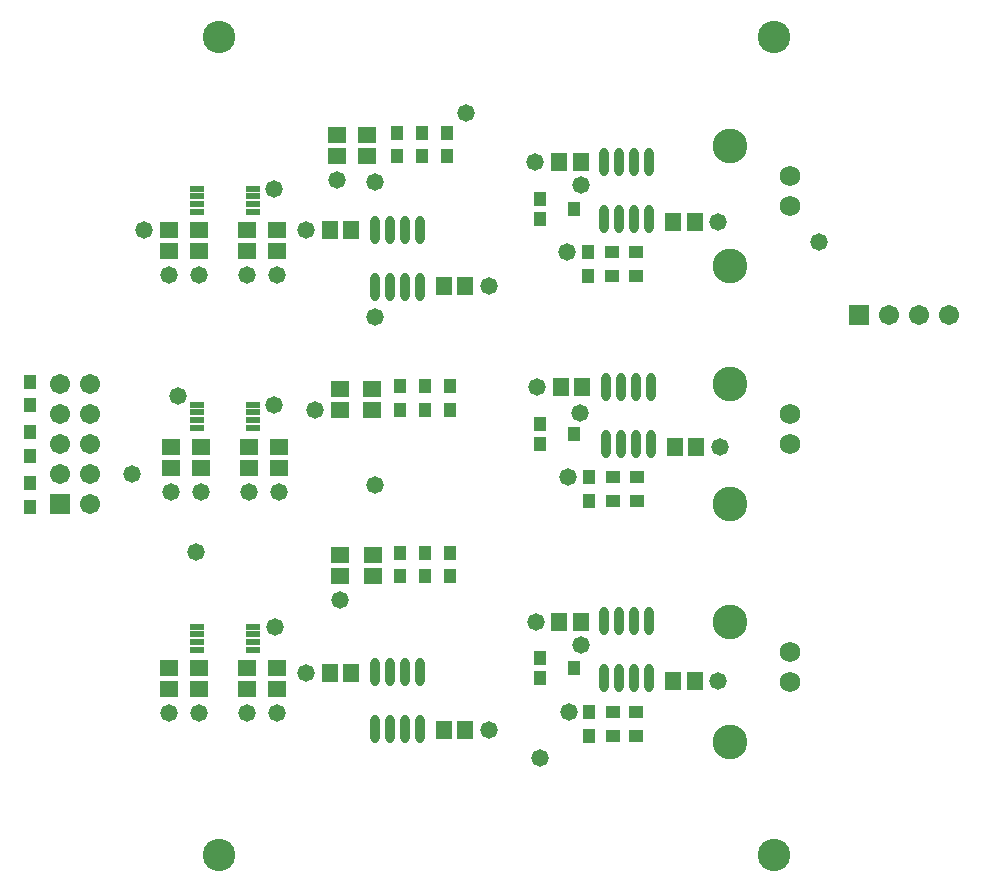
<source format=gts>
%FSLAX25Y25*%
%MOIN*%
G70*
G01*
G75*
G04 Layer_Color=8388736*
%ADD10R,0.03543X0.04331*%
%ADD11R,0.04331X0.03543*%
%ADD12R,0.03543X0.03937*%
%ADD13R,0.04016X0.01614*%
%ADD14R,0.05512X0.04921*%
%ADD15R,0.05512X0.04724*%
%ADD16R,0.04724X0.05512*%
%ADD17O,0.02362X0.08661*%
%ADD18C,0.01000*%
%ADD19C,0.05906*%
%ADD20R,0.05906X0.05906*%
%ADD21C,0.10000*%
%ADD22R,0.05906X0.05906*%
%ADD23C,0.06000*%
%ADD24C,0.05000*%
%ADD25C,0.10787*%
%ADD26R,0.04724X0.04724*%
%ADD27C,0.00787*%
%ADD28C,0.00984*%
%ADD29C,0.02362*%
%ADD30C,0.00800*%
%ADD31C,0.02000*%
%ADD32R,0.04343X0.05131*%
%ADD33R,0.05131X0.04343*%
%ADD34R,0.04343X0.04737*%
%ADD35R,0.04816X0.02414*%
%ADD36R,0.06312X0.05721*%
%ADD37R,0.06312X0.05524*%
%ADD38R,0.05524X0.06312*%
%ADD39O,0.03162X0.09461*%
%ADD40C,0.06706*%
%ADD41R,0.06706X0.06706*%
%ADD42C,0.10800*%
%ADD43R,0.06706X0.06706*%
%ADD44C,0.06800*%
%ADD45C,0.05800*%
%ADD46C,0.11587*%
D32*
X34500Y169626D02*
D03*
Y177500D02*
D03*
Y211374D02*
D03*
Y203500D02*
D03*
Y186563D02*
D03*
Y194437D02*
D03*
X220500Y246626D02*
D03*
Y254500D02*
D03*
X221000Y171626D02*
D03*
Y179500D02*
D03*
X220700Y93326D02*
D03*
Y101200D02*
D03*
X157000Y286549D02*
D03*
Y294423D02*
D03*
X158000Y202000D02*
D03*
Y209874D02*
D03*
Y146549D02*
D03*
Y154423D02*
D03*
X165250Y294423D02*
D03*
Y286549D02*
D03*
X173500Y294423D02*
D03*
Y286549D02*
D03*
X166250Y209874D02*
D03*
Y202000D02*
D03*
X174500Y209874D02*
D03*
Y202000D02*
D03*
X166250Y154423D02*
D03*
Y146549D02*
D03*
X174500Y154423D02*
D03*
Y146549D02*
D03*
X215800Y268800D02*
D03*
Y193900D02*
D03*
Y115900D02*
D03*
D33*
X236374Y254500D02*
D03*
X228500D02*
D03*
X236374Y246500D02*
D03*
X228500D02*
D03*
X236874Y179500D02*
D03*
X229000D02*
D03*
X236874Y171500D02*
D03*
X229000D02*
D03*
X236574Y101200D02*
D03*
X228700D02*
D03*
X236574Y93200D02*
D03*
X228700D02*
D03*
D34*
X204383Y265454D02*
D03*
Y272147D02*
D03*
Y190553D02*
D03*
Y197247D02*
D03*
Y112554D02*
D03*
Y119246D02*
D03*
D35*
X109000Y268000D02*
D03*
Y270559D02*
D03*
Y273118D02*
D03*
Y275677D02*
D03*
X90102Y268000D02*
D03*
Y270559D02*
D03*
Y273118D02*
D03*
Y275677D02*
D03*
X109000Y196000D02*
D03*
Y198559D02*
D03*
Y201118D02*
D03*
Y203677D02*
D03*
X90102Y196000D02*
D03*
Y198559D02*
D03*
Y201118D02*
D03*
Y203677D02*
D03*
X109000Y122000D02*
D03*
Y124559D02*
D03*
Y127118D02*
D03*
Y129677D02*
D03*
X90102Y122000D02*
D03*
Y124559D02*
D03*
Y127118D02*
D03*
Y129677D02*
D03*
D36*
X117000Y261945D02*
D03*
Y255055D02*
D03*
X81000Y261945D02*
D03*
Y255055D02*
D03*
X117500Y189445D02*
D03*
Y182555D02*
D03*
X81500Y189445D02*
D03*
Y182555D02*
D03*
X117000Y115945D02*
D03*
Y109055D02*
D03*
X81000Y115945D02*
D03*
Y109055D02*
D03*
D37*
X107000Y254957D02*
D03*
Y262043D02*
D03*
X91000Y254957D02*
D03*
Y262043D02*
D03*
X107500Y182457D02*
D03*
Y189543D02*
D03*
X91500Y182457D02*
D03*
Y189543D02*
D03*
X107000Y108957D02*
D03*
Y116043D02*
D03*
X147000Y286457D02*
D03*
Y293543D02*
D03*
X91000Y108957D02*
D03*
Y116043D02*
D03*
X148500Y201908D02*
D03*
Y208995D02*
D03*
X149000Y146457D02*
D03*
Y153543D02*
D03*
X137000Y286457D02*
D03*
Y293543D02*
D03*
X138000Y201908D02*
D03*
Y208995D02*
D03*
Y146457D02*
D03*
Y153543D02*
D03*
D38*
X218043Y284500D02*
D03*
X210957D02*
D03*
X248957Y264500D02*
D03*
X256043D02*
D03*
X218543Y209500D02*
D03*
X211457D02*
D03*
X249457Y189500D02*
D03*
X256543D02*
D03*
X218043Y131400D02*
D03*
X210957D02*
D03*
X248957Y111500D02*
D03*
X256043D02*
D03*
X141543Y261900D02*
D03*
X134457D02*
D03*
X172457Y243100D02*
D03*
X179543D02*
D03*
X141543Y114400D02*
D03*
X134457D02*
D03*
X172457Y95400D02*
D03*
X179543D02*
D03*
D39*
X241000Y284449D02*
D03*
X236000D02*
D03*
X231000D02*
D03*
X226000D02*
D03*
X241000Y265551D02*
D03*
X236000D02*
D03*
X231000D02*
D03*
X226000D02*
D03*
X241500Y209449D02*
D03*
X236500D02*
D03*
X231500D02*
D03*
X226500D02*
D03*
X241500Y190551D02*
D03*
X236500D02*
D03*
X231500D02*
D03*
X226500D02*
D03*
X241000Y131449D02*
D03*
X236000D02*
D03*
X231000D02*
D03*
X226000D02*
D03*
X241000Y112551D02*
D03*
X236000D02*
D03*
X231000D02*
D03*
X226000D02*
D03*
X164500Y261949D02*
D03*
X159500D02*
D03*
X154500D02*
D03*
X149500D02*
D03*
X164500Y243051D02*
D03*
X159500D02*
D03*
X154500D02*
D03*
X149500D02*
D03*
X164500Y114449D02*
D03*
X159500D02*
D03*
X154500D02*
D03*
X149500D02*
D03*
X164500Y95551D02*
D03*
X159500D02*
D03*
X154500D02*
D03*
X149500D02*
D03*
D40*
X341000Y233500D02*
D03*
X331000D02*
D03*
X321000D02*
D03*
X54500Y210500D02*
D03*
X44500D02*
D03*
X54500Y200500D02*
D03*
X44500D02*
D03*
X54500Y190500D02*
D03*
X44500D02*
D03*
X54500Y180500D02*
D03*
X44500D02*
D03*
X54500Y170500D02*
D03*
D41*
X311000Y233500D02*
D03*
D42*
X97500Y326250D02*
D03*
X282500D02*
D03*
Y53750D02*
D03*
X97500D02*
D03*
D43*
X44500Y170500D02*
D03*
D44*
X287700Y270000D02*
D03*
Y280000D02*
D03*
Y190700D02*
D03*
Y200700D02*
D03*
Y111400D02*
D03*
Y121400D02*
D03*
D45*
X68453Y180547D02*
D03*
X264000Y264500D02*
D03*
X203000Y284500D02*
D03*
X264500Y189500D02*
D03*
X203500Y209500D02*
D03*
X264000Y111500D02*
D03*
X203100Y131400D02*
D03*
X126400Y114400D02*
D03*
Y261900D02*
D03*
X187400Y243100D02*
D03*
X115823Y275677D02*
D03*
X117000Y247000D02*
D03*
X107000D02*
D03*
X91000D02*
D03*
X81000D02*
D03*
X117500Y174500D02*
D03*
X107500D02*
D03*
X91500D02*
D03*
X81500D02*
D03*
X116000Y203500D02*
D03*
X117000Y101000D02*
D03*
X107000D02*
D03*
X91000D02*
D03*
X81000D02*
D03*
X116177Y129677D02*
D03*
X213500Y254500D02*
D03*
X214000Y179500D02*
D03*
X214200Y101200D02*
D03*
X138000Y138500D02*
D03*
X129408Y201908D02*
D03*
X149500Y233000D02*
D03*
Y177000D02*
D03*
X187400Y95400D02*
D03*
X137000Y278500D02*
D03*
X149500Y278000D02*
D03*
X180000Y301000D02*
D03*
X90000Y154500D02*
D03*
X72500Y262000D02*
D03*
X218043Y276957D02*
D03*
Y123457D02*
D03*
X204500Y86000D02*
D03*
X297500Y258000D02*
D03*
X218000Y201000D02*
D03*
X84000Y206500D02*
D03*
D46*
X267700Y250000D02*
D03*
Y290000D02*
D03*
Y170700D02*
D03*
Y210700D02*
D03*
Y91400D02*
D03*
Y131400D02*
D03*
M02*

</source>
